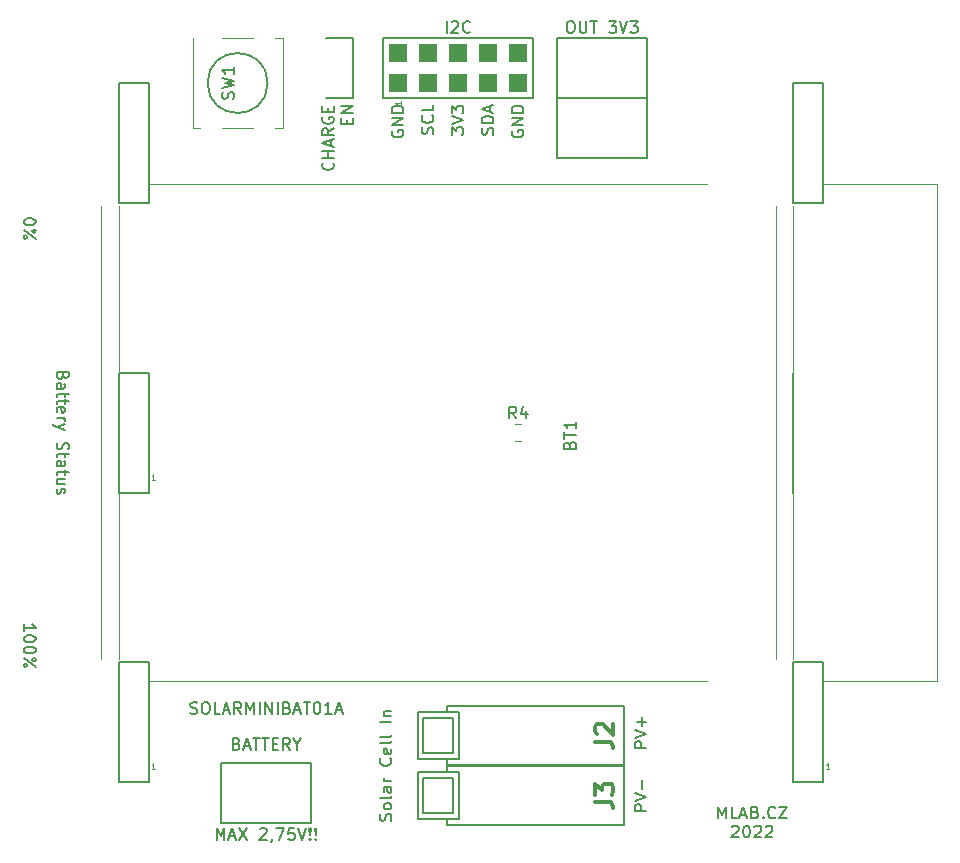
<source format=gbr>
%TF.GenerationSoftware,KiCad,Pcbnew,6.0.4-6f826c9f35~116~ubuntu20.04.1*%
%TF.CreationDate,2022-09-23T21:48:10+00:00*%
%TF.ProjectId,SOLARMINIBAT01A,534f4c41-524d-4494-9e49-424154303141,rev?*%
%TF.SameCoordinates,Original*%
%TF.FileFunction,Legend,Top*%
%TF.FilePolarity,Positive*%
%FSLAX46Y46*%
G04 Gerber Fmt 4.6, Leading zero omitted, Abs format (unit mm)*
G04 Created by KiCad (PCBNEW 6.0.4-6f826c9f35~116~ubuntu20.04.1) date 2022-09-23 21:48:10*
%MOMM*%
%LPD*%
G01*
G04 APERTURE LIST*
%ADD10C,0.150000*%
%ADD11C,0.050000*%
%ADD12C,0.203200*%
%ADD13C,0.304800*%
%ADD14C,0.120000*%
%ADD15C,0.127000*%
%ADD16R,1.524000X1.524000*%
G04 APERTURE END LIST*
D10*
X56078380Y8850477D02*
X55078380Y8850477D01*
X55078380Y9231429D01*
X55126000Y9326667D01*
X55173619Y9374286D01*
X55268857Y9421905D01*
X55411714Y9421905D01*
X55506952Y9374286D01*
X55554571Y9326667D01*
X55602190Y9231429D01*
X55602190Y8850477D01*
X55078380Y9707620D02*
X56078380Y10040953D01*
X55078380Y10374286D01*
X55697428Y10707620D02*
X55697428Y11469524D01*
X56078380Y11088572D02*
X55316476Y11088572D01*
X62143047Y2892620D02*
X62143047Y3892620D01*
X62476380Y3178334D01*
X62809714Y3892620D01*
X62809714Y2892620D01*
X63762095Y2892620D02*
X63285904Y2892620D01*
X63285904Y3892620D01*
X64047809Y3178334D02*
X64524000Y3178334D01*
X63952571Y2892620D02*
X64285904Y3892620D01*
X64619238Y2892620D01*
X65285904Y3416429D02*
X65428761Y3368810D01*
X65476380Y3321191D01*
X65524000Y3225953D01*
X65524000Y3083096D01*
X65476380Y2987858D01*
X65428761Y2940239D01*
X65333523Y2892620D01*
X64952571Y2892620D01*
X64952571Y3892620D01*
X65285904Y3892620D01*
X65381142Y3845000D01*
X65428761Y3797381D01*
X65476380Y3702143D01*
X65476380Y3606905D01*
X65428761Y3511667D01*
X65381142Y3464048D01*
X65285904Y3416429D01*
X64952571Y3416429D01*
X65952571Y2987858D02*
X66000190Y2940239D01*
X65952571Y2892620D01*
X65904952Y2940239D01*
X65952571Y2987858D01*
X65952571Y2892620D01*
X67000190Y2987858D02*
X66952571Y2940239D01*
X66809714Y2892620D01*
X66714476Y2892620D01*
X66571619Y2940239D01*
X66476380Y3035477D01*
X66428761Y3130715D01*
X66381142Y3321191D01*
X66381142Y3464048D01*
X66428761Y3654524D01*
X66476380Y3749762D01*
X66571619Y3845000D01*
X66714476Y3892620D01*
X66809714Y3892620D01*
X66952571Y3845000D01*
X67000190Y3797381D01*
X67333523Y3892620D02*
X68000190Y3892620D01*
X67333523Y2892620D01*
X68000190Y2892620D01*
X63309714Y2187381D02*
X63357333Y2235000D01*
X63452571Y2282620D01*
X63690666Y2282620D01*
X63785904Y2235000D01*
X63833523Y2187381D01*
X63881142Y2092143D01*
X63881142Y1996905D01*
X63833523Y1854048D01*
X63262095Y1282620D01*
X63881142Y1282620D01*
X64500190Y2282620D02*
X64595428Y2282620D01*
X64690666Y2235000D01*
X64738285Y2187381D01*
X64785904Y2092143D01*
X64833523Y1901667D01*
X64833523Y1663572D01*
X64785904Y1473096D01*
X64738285Y1377858D01*
X64690666Y1330239D01*
X64595428Y1282620D01*
X64500190Y1282620D01*
X64404952Y1330239D01*
X64357333Y1377858D01*
X64309714Y1473096D01*
X64262095Y1663572D01*
X64262095Y1901667D01*
X64309714Y2092143D01*
X64357333Y2187381D01*
X64404952Y2235000D01*
X64500190Y2282620D01*
X65214476Y2187381D02*
X65262095Y2235000D01*
X65357333Y2282620D01*
X65595428Y2282620D01*
X65690666Y2235000D01*
X65738285Y2187381D01*
X65785904Y2092143D01*
X65785904Y1996905D01*
X65738285Y1854048D01*
X65166857Y1282620D01*
X65785904Y1282620D01*
X66166857Y2187381D02*
X66214476Y2235000D01*
X66309714Y2282620D01*
X66547809Y2282620D01*
X66643047Y2235000D01*
X66690666Y2187381D01*
X66738285Y2092143D01*
X66738285Y1996905D01*
X66690666Y1854048D01*
X66119238Y1282620D01*
X66738285Y1282620D01*
X44712000Y61116786D02*
X44664380Y61021548D01*
X44664380Y60878691D01*
X44712000Y60735834D01*
X44807238Y60640596D01*
X44902476Y60592977D01*
X45092952Y60545358D01*
X45235809Y60545358D01*
X45426285Y60592977D01*
X45521523Y60640596D01*
X45616761Y60735834D01*
X45664380Y60878691D01*
X45664380Y60973929D01*
X45616761Y61116786D01*
X45569142Y61164405D01*
X45235809Y61164405D01*
X45235809Y60973929D01*
X45664380Y61592977D02*
X44664380Y61592977D01*
X45664380Y62164405D01*
X44664380Y62164405D01*
X45664380Y62640596D02*
X44664380Y62640596D01*
X44664380Y62878691D01*
X44712000Y63021548D01*
X44807238Y63116786D01*
X44902476Y63164405D01*
X45092952Y63212024D01*
X45235809Y63212024D01*
X45426285Y63164405D01*
X45521523Y63116786D01*
X45616761Y63021548D01*
X45664380Y62878691D01*
X45664380Y62640596D01*
X21376000Y9215429D02*
X21518857Y9167810D01*
X21566476Y9120191D01*
X21614095Y9024953D01*
X21614095Y8882096D01*
X21566476Y8786858D01*
X21518857Y8739239D01*
X21423619Y8691620D01*
X21042666Y8691620D01*
X21042666Y9691620D01*
X21376000Y9691620D01*
X21471238Y9644000D01*
X21518857Y9596381D01*
X21566476Y9501143D01*
X21566476Y9405905D01*
X21518857Y9310667D01*
X21471238Y9263048D01*
X21376000Y9215429D01*
X21042666Y9215429D01*
X21995047Y8977334D02*
X22471238Y8977334D01*
X21899809Y8691620D02*
X22233142Y9691620D01*
X22566476Y8691620D01*
X22756952Y9691620D02*
X23328380Y9691620D01*
X23042666Y8691620D02*
X23042666Y9691620D01*
X23518857Y9691620D02*
X24090285Y9691620D01*
X23804571Y8691620D02*
X23804571Y9691620D01*
X24423619Y9215429D02*
X24756952Y9215429D01*
X24899809Y8691620D02*
X24423619Y8691620D01*
X24423619Y9691620D01*
X24899809Y9691620D01*
X25899809Y8691620D02*
X25566476Y9167810D01*
X25328380Y8691620D02*
X25328380Y9691620D01*
X25709333Y9691620D01*
X25804571Y9644000D01*
X25852190Y9596381D01*
X25899809Y9501143D01*
X25899809Y9358286D01*
X25852190Y9263048D01*
X25804571Y9215429D01*
X25709333Y9167810D01*
X25328380Y9167810D01*
X26518857Y9167810D02*
X26518857Y8691620D01*
X26185523Y9691620D02*
X26518857Y9167810D01*
X26852190Y9691620D01*
X37996761Y60831072D02*
X38044380Y60973929D01*
X38044380Y61212024D01*
X37996761Y61307262D01*
X37949142Y61354881D01*
X37853904Y61402500D01*
X37758666Y61402500D01*
X37663428Y61354881D01*
X37615809Y61307262D01*
X37568190Y61212024D01*
X37520571Y61021548D01*
X37472952Y60926310D01*
X37425333Y60878691D01*
X37330095Y60831072D01*
X37234857Y60831072D01*
X37139619Y60878691D01*
X37092000Y60926310D01*
X37044380Y61021548D01*
X37044380Y61259643D01*
X37092000Y61402500D01*
X37949142Y62402500D02*
X37996761Y62354881D01*
X38044380Y62212024D01*
X38044380Y62116786D01*
X37996761Y61973929D01*
X37901523Y61878691D01*
X37806285Y61831072D01*
X37615809Y61783453D01*
X37472952Y61783453D01*
X37282476Y61831072D01*
X37187238Y61878691D01*
X37092000Y61973929D01*
X37044380Y62116786D01*
X37044380Y62212024D01*
X37092000Y62354881D01*
X37139619Y62402500D01*
X38044380Y63307262D02*
X38044380Y62831072D01*
X37044380Y62831072D01*
X34552000Y61116786D02*
X34504380Y61021548D01*
X34504380Y60878691D01*
X34552000Y60735834D01*
X34647238Y60640596D01*
X34742476Y60592977D01*
X34932952Y60545358D01*
X35075809Y60545358D01*
X35266285Y60592977D01*
X35361523Y60640596D01*
X35456761Y60735834D01*
X35504380Y60878691D01*
X35504380Y60973929D01*
X35456761Y61116786D01*
X35409142Y61164405D01*
X35075809Y61164405D01*
X35075809Y60973929D01*
X35504380Y61592977D02*
X34504380Y61592977D01*
X35504380Y62164405D01*
X34504380Y62164405D01*
X35504380Y62640596D02*
X34504380Y62640596D01*
X34504380Y62878691D01*
X34552000Y63021548D01*
X34647238Y63116786D01*
X34742476Y63164405D01*
X34932952Y63212024D01*
X35075809Y63212024D01*
X35266285Y63164405D01*
X35361523Y63116786D01*
X35456761Y63021548D01*
X35504380Y62878691D01*
X35504380Y62640596D01*
X17471238Y11787239D02*
X17614095Y11739620D01*
X17852190Y11739620D01*
X17947428Y11787239D01*
X17995047Y11834858D01*
X18042666Y11930096D01*
X18042666Y12025334D01*
X17995047Y12120572D01*
X17947428Y12168191D01*
X17852190Y12215810D01*
X17661714Y12263429D01*
X17566476Y12311048D01*
X17518857Y12358667D01*
X17471238Y12453905D01*
X17471238Y12549143D01*
X17518857Y12644381D01*
X17566476Y12692000D01*
X17661714Y12739620D01*
X17899809Y12739620D01*
X18042666Y12692000D01*
X18661714Y12739620D02*
X18852190Y12739620D01*
X18947428Y12692000D01*
X19042666Y12596762D01*
X19090285Y12406286D01*
X19090285Y12072953D01*
X19042666Y11882477D01*
X18947428Y11787239D01*
X18852190Y11739620D01*
X18661714Y11739620D01*
X18566476Y11787239D01*
X18471238Y11882477D01*
X18423619Y12072953D01*
X18423619Y12406286D01*
X18471238Y12596762D01*
X18566476Y12692000D01*
X18661714Y12739620D01*
X19995047Y11739620D02*
X19518857Y11739620D01*
X19518857Y12739620D01*
X20280761Y12025334D02*
X20756952Y12025334D01*
X20185523Y11739620D02*
X20518857Y12739620D01*
X20852190Y11739620D01*
X21756952Y11739620D02*
X21423619Y12215810D01*
X21185523Y11739620D02*
X21185523Y12739620D01*
X21566476Y12739620D01*
X21661714Y12692000D01*
X21709333Y12644381D01*
X21756952Y12549143D01*
X21756952Y12406286D01*
X21709333Y12311048D01*
X21661714Y12263429D01*
X21566476Y12215810D01*
X21185523Y12215810D01*
X22185523Y11739620D02*
X22185523Y12739620D01*
X22518857Y12025334D01*
X22852190Y12739620D01*
X22852190Y11739620D01*
X23328380Y11739620D02*
X23328380Y12739620D01*
X23804571Y11739620D02*
X23804571Y12739620D01*
X24376000Y11739620D01*
X24376000Y12739620D01*
X24852190Y11739620D02*
X24852190Y12739620D01*
X25661714Y12263429D02*
X25804571Y12215810D01*
X25852190Y12168191D01*
X25899809Y12072953D01*
X25899809Y11930096D01*
X25852190Y11834858D01*
X25804571Y11787239D01*
X25709333Y11739620D01*
X25328380Y11739620D01*
X25328380Y12739620D01*
X25661714Y12739620D01*
X25756952Y12692000D01*
X25804571Y12644381D01*
X25852190Y12549143D01*
X25852190Y12453905D01*
X25804571Y12358667D01*
X25756952Y12311048D01*
X25661714Y12263429D01*
X25328380Y12263429D01*
X26280761Y12025334D02*
X26756952Y12025334D01*
X26185523Y11739620D02*
X26518857Y12739620D01*
X26852190Y11739620D01*
X27042666Y12739620D02*
X27614095Y12739620D01*
X27328380Y11739620D02*
X27328380Y12739620D01*
X28137904Y12739620D02*
X28233142Y12739620D01*
X28328380Y12692000D01*
X28376000Y12644381D01*
X28423619Y12549143D01*
X28471238Y12358667D01*
X28471238Y12120572D01*
X28423619Y11930096D01*
X28376000Y11834858D01*
X28328380Y11787239D01*
X28233142Y11739620D01*
X28137904Y11739620D01*
X28042666Y11787239D01*
X27995047Y11834858D01*
X27947428Y11930096D01*
X27899809Y12120572D01*
X27899809Y12358667D01*
X27947428Y12549143D01*
X27995047Y12644381D01*
X28042666Y12692000D01*
X28137904Y12739620D01*
X29423619Y11739620D02*
X28852190Y11739620D01*
X29137904Y11739620D02*
X29137904Y12739620D01*
X29042666Y12596762D01*
X28947428Y12501524D01*
X28852190Y12453905D01*
X29804571Y12025334D02*
X30280761Y12025334D01*
X29709333Y11739620D02*
X30042666Y12739620D01*
X30376000Y11739620D01*
X49562095Y70397620D02*
X49752571Y70397620D01*
X49847809Y70350000D01*
X49943047Y70254762D01*
X49990666Y70064286D01*
X49990666Y69730953D01*
X49943047Y69540477D01*
X49847809Y69445239D01*
X49752571Y69397620D01*
X49562095Y69397620D01*
X49466857Y69445239D01*
X49371619Y69540477D01*
X49324000Y69730953D01*
X49324000Y70064286D01*
X49371619Y70254762D01*
X49466857Y70350000D01*
X49562095Y70397620D01*
X50419238Y70397620D02*
X50419238Y69588096D01*
X50466857Y69492858D01*
X50514476Y69445239D01*
X50609714Y69397620D01*
X50800190Y69397620D01*
X50895428Y69445239D01*
X50943047Y69492858D01*
X50990666Y69588096D01*
X50990666Y70397620D01*
X51324000Y70397620D02*
X51895428Y70397620D01*
X51609714Y69397620D02*
X51609714Y70397620D01*
X52895428Y70397620D02*
X53514476Y70397620D01*
X53181142Y70016667D01*
X53324000Y70016667D01*
X53419238Y69969048D01*
X53466857Y69921429D01*
X53514476Y69826191D01*
X53514476Y69588096D01*
X53466857Y69492858D01*
X53419238Y69445239D01*
X53324000Y69397620D01*
X53038285Y69397620D01*
X52943047Y69445239D01*
X52895428Y69492858D01*
X53800190Y70397620D02*
X54133523Y69397620D01*
X54466857Y70397620D01*
X54704952Y70397620D02*
X55324000Y70397620D01*
X54990666Y70016667D01*
X55133523Y70016667D01*
X55228761Y69969048D01*
X55276380Y69921429D01*
X55324000Y69826191D01*
X55324000Y69588096D01*
X55276380Y69492858D01*
X55228761Y69445239D01*
X55133523Y69397620D01*
X54847809Y69397620D01*
X54752571Y69445239D01*
X54704952Y69492858D01*
X34440761Y2699334D02*
X34488380Y2842191D01*
X34488380Y3080286D01*
X34440761Y3175524D01*
X34393142Y3223143D01*
X34297904Y3270762D01*
X34202666Y3270762D01*
X34107428Y3223143D01*
X34059809Y3175524D01*
X34012190Y3080286D01*
X33964571Y2889810D01*
X33916952Y2794572D01*
X33869333Y2746953D01*
X33774095Y2699334D01*
X33678857Y2699334D01*
X33583619Y2746953D01*
X33536000Y2794572D01*
X33488380Y2889810D01*
X33488380Y3127905D01*
X33536000Y3270762D01*
X34488380Y3842191D02*
X34440761Y3746953D01*
X34393142Y3699334D01*
X34297904Y3651715D01*
X34012190Y3651715D01*
X33916952Y3699334D01*
X33869333Y3746953D01*
X33821714Y3842191D01*
X33821714Y3985048D01*
X33869333Y4080286D01*
X33916952Y4127905D01*
X34012190Y4175524D01*
X34297904Y4175524D01*
X34393142Y4127905D01*
X34440761Y4080286D01*
X34488380Y3985048D01*
X34488380Y3842191D01*
X34488380Y4746953D02*
X34440761Y4651715D01*
X34345523Y4604096D01*
X33488380Y4604096D01*
X34488380Y5556477D02*
X33964571Y5556477D01*
X33869333Y5508858D01*
X33821714Y5413620D01*
X33821714Y5223143D01*
X33869333Y5127905D01*
X34440761Y5556477D02*
X34488380Y5461239D01*
X34488380Y5223143D01*
X34440761Y5127905D01*
X34345523Y5080286D01*
X34250285Y5080286D01*
X34155047Y5127905D01*
X34107428Y5223143D01*
X34107428Y5461239D01*
X34059809Y5556477D01*
X34488380Y6032667D02*
X33821714Y6032667D01*
X34012190Y6032667D02*
X33916952Y6080286D01*
X33869333Y6127905D01*
X33821714Y6223143D01*
X33821714Y6318381D01*
X34393142Y7985048D02*
X34440761Y7937429D01*
X34488380Y7794572D01*
X34488380Y7699334D01*
X34440761Y7556477D01*
X34345523Y7461239D01*
X34250285Y7413620D01*
X34059809Y7366000D01*
X33916952Y7366000D01*
X33726476Y7413620D01*
X33631238Y7461239D01*
X33536000Y7556477D01*
X33488380Y7699334D01*
X33488380Y7794572D01*
X33536000Y7937429D01*
X33583619Y7985048D01*
X34440761Y8794572D02*
X34488380Y8699334D01*
X34488380Y8508858D01*
X34440761Y8413620D01*
X34345523Y8366000D01*
X33964571Y8366000D01*
X33869333Y8413620D01*
X33821714Y8508858D01*
X33821714Y8699334D01*
X33869333Y8794572D01*
X33964571Y8842191D01*
X34059809Y8842191D01*
X34155047Y8366000D01*
X34488380Y9413620D02*
X34440761Y9318381D01*
X34345523Y9270762D01*
X33488380Y9270762D01*
X34488380Y9937429D02*
X34440761Y9842191D01*
X34345523Y9794572D01*
X33488380Y9794572D01*
X34488380Y11080286D02*
X33488380Y11080286D01*
X33821714Y11556477D02*
X34488380Y11556477D01*
X33916952Y11556477D02*
X33869333Y11604096D01*
X33821714Y11699334D01*
X33821714Y11842191D01*
X33869333Y11937429D01*
X33964571Y11985048D01*
X34488380Y11985048D01*
X39155809Y69397620D02*
X39155809Y70397620D01*
X39584380Y70302381D02*
X39632000Y70350000D01*
X39727238Y70397620D01*
X39965333Y70397620D01*
X40060571Y70350000D01*
X40108190Y70302381D01*
X40155809Y70207143D01*
X40155809Y70111905D01*
X40108190Y69969048D01*
X39536761Y69397620D01*
X40155809Y69397620D01*
X41155809Y69492858D02*
X41108190Y69445239D01*
X40965333Y69397620D01*
X40870095Y69397620D01*
X40727238Y69445239D01*
X40632000Y69540477D01*
X40584380Y69635715D01*
X40536761Y69826191D01*
X40536761Y69969048D01*
X40584380Y70159524D01*
X40632000Y70254762D01*
X40727238Y70350000D01*
X40870095Y70397620D01*
X40965333Y70397620D01*
X41108190Y70350000D01*
X41155809Y70302381D01*
X39584380Y60783453D02*
X39584380Y61402500D01*
X39965333Y61069167D01*
X39965333Y61212024D01*
X40012952Y61307262D01*
X40060571Y61354881D01*
X40155809Y61402500D01*
X40393904Y61402500D01*
X40489142Y61354881D01*
X40536761Y61307262D01*
X40584380Y61212024D01*
X40584380Y60926310D01*
X40536761Y60831072D01*
X40489142Y60783453D01*
X39584380Y61688215D02*
X40584380Y62021548D01*
X39584380Y62354881D01*
X39584380Y62592977D02*
X39584380Y63212024D01*
X39965333Y62878691D01*
X39965333Y63021548D01*
X40012952Y63116786D01*
X40060571Y63164405D01*
X40155809Y63212024D01*
X40393904Y63212024D01*
X40489142Y63164405D01*
X40536761Y63116786D01*
X40584380Y63021548D01*
X40584380Y62735834D01*
X40536761Y62640596D01*
X40489142Y62592977D01*
X4357619Y53451048D02*
X4357619Y53355810D01*
X4310000Y53260572D01*
X4262380Y53212953D01*
X4167142Y53165334D01*
X3976666Y53117715D01*
X3738571Y53117715D01*
X3548095Y53165334D01*
X3452857Y53212953D01*
X3405238Y53260572D01*
X3357619Y53355810D01*
X3357619Y53451048D01*
X3405238Y53546286D01*
X3452857Y53593905D01*
X3548095Y53641524D01*
X3738571Y53689143D01*
X3976666Y53689143D01*
X4167142Y53641524D01*
X4262380Y53593905D01*
X4310000Y53546286D01*
X4357619Y53451048D01*
X3357619Y52736762D02*
X4357619Y51974858D01*
X4357619Y52593905D02*
X4310000Y52498667D01*
X4214761Y52451048D01*
X4119523Y52498667D01*
X4071904Y52593905D01*
X4119523Y52689143D01*
X4214761Y52736762D01*
X4310000Y52689143D01*
X4357619Y52593905D01*
X3405238Y52022477D02*
X3500476Y51974858D01*
X3595714Y52022477D01*
X3643333Y52117715D01*
X3595714Y52212953D01*
X3500476Y52260572D01*
X3405238Y52212953D01*
X3357619Y52117715D01*
X3405238Y52022477D01*
X19685523Y1071620D02*
X19685523Y2071620D01*
X20018857Y1357334D01*
X20352190Y2071620D01*
X20352190Y1071620D01*
X20780761Y1357334D02*
X21256952Y1357334D01*
X20685523Y1071620D02*
X21018857Y2071620D01*
X21352190Y1071620D01*
X21590285Y2071620D02*
X22256952Y1071620D01*
X22256952Y2071620D02*
X21590285Y1071620D01*
X23352190Y1976381D02*
X23399809Y2024000D01*
X23495047Y2071620D01*
X23733142Y2071620D01*
X23828380Y2024000D01*
X23876000Y1976381D01*
X23923619Y1881143D01*
X23923619Y1785905D01*
X23876000Y1643048D01*
X23304571Y1071620D01*
X23923619Y1071620D01*
X24399809Y1119239D02*
X24399809Y1071620D01*
X24352190Y976381D01*
X24304571Y928762D01*
X24733142Y2071620D02*
X25399809Y2071620D01*
X24971238Y1071620D01*
X26256952Y2071620D02*
X25780761Y2071620D01*
X25733142Y1595429D01*
X25780761Y1643048D01*
X25876000Y1690667D01*
X26114095Y1690667D01*
X26209333Y1643048D01*
X26256952Y1595429D01*
X26304571Y1500191D01*
X26304571Y1262096D01*
X26256952Y1166858D01*
X26209333Y1119239D01*
X26114095Y1071620D01*
X25876000Y1071620D01*
X25780761Y1119239D01*
X25733142Y1166858D01*
X26590285Y2071620D02*
X26923619Y1071620D01*
X27256952Y2071620D01*
X27590285Y1166858D02*
X27637904Y1119239D01*
X27590285Y1071620D01*
X27542666Y1119239D01*
X27590285Y1166858D01*
X27590285Y1071620D01*
X27590285Y1452572D02*
X27542666Y2024000D01*
X27590285Y2071620D01*
X27637904Y2024000D01*
X27590285Y1452572D01*
X27590285Y2071620D01*
X28066476Y1166858D02*
X28114095Y1119239D01*
X28066476Y1071620D01*
X28018857Y1119239D01*
X28066476Y1166858D01*
X28066476Y1071620D01*
X28066476Y1452572D02*
X28018857Y2024000D01*
X28066476Y2071620D01*
X28114095Y2024000D01*
X28066476Y1452572D01*
X28066476Y2071620D01*
X56078380Y3516477D02*
X55078380Y3516477D01*
X55078380Y3897429D01*
X55126000Y3992667D01*
X55173619Y4040286D01*
X55268857Y4087905D01*
X55411714Y4087905D01*
X55506952Y4040286D01*
X55554571Y3992667D01*
X55602190Y3897429D01*
X55602190Y3516477D01*
X55078380Y4373620D02*
X56078380Y4706953D01*
X55078380Y5040286D01*
X55697428Y5373620D02*
X55697428Y6135524D01*
X43076761Y60783453D02*
X43124380Y60926310D01*
X43124380Y61164405D01*
X43076761Y61259643D01*
X43029142Y61307262D01*
X42933904Y61354881D01*
X42838666Y61354881D01*
X42743428Y61307262D01*
X42695809Y61259643D01*
X42648190Y61164405D01*
X42600571Y60973929D01*
X42552952Y60878691D01*
X42505333Y60831072D01*
X42410095Y60783453D01*
X42314857Y60783453D01*
X42219619Y60831072D01*
X42172000Y60878691D01*
X42124380Y60973929D01*
X42124380Y61212024D01*
X42172000Y61354881D01*
X43124380Y61783453D02*
X42124380Y61783453D01*
X42124380Y62021548D01*
X42172000Y62164405D01*
X42267238Y62259643D01*
X42362476Y62307262D01*
X42552952Y62354881D01*
X42695809Y62354881D01*
X42886285Y62307262D01*
X42981523Y62259643D01*
X43076761Y62164405D01*
X43124380Y62021548D01*
X43124380Y61783453D01*
X42838666Y62735834D02*
X42838666Y63212024D01*
X43124380Y62640596D02*
X42124380Y62973929D01*
X43124380Y63307262D01*
X3357619Y18764096D02*
X3357619Y19335524D01*
X3357619Y19049810D02*
X4357619Y19049810D01*
X4214761Y19145048D01*
X4119523Y19240286D01*
X4071904Y19335524D01*
X4357619Y18145048D02*
X4357619Y18049810D01*
X4310000Y17954572D01*
X4262380Y17906953D01*
X4167142Y17859334D01*
X3976666Y17811715D01*
X3738571Y17811715D01*
X3548095Y17859334D01*
X3452857Y17906953D01*
X3405238Y17954572D01*
X3357619Y18049810D01*
X3357619Y18145048D01*
X3405238Y18240286D01*
X3452857Y18287905D01*
X3548095Y18335524D01*
X3738571Y18383143D01*
X3976666Y18383143D01*
X4167142Y18335524D01*
X4262380Y18287905D01*
X4310000Y18240286D01*
X4357619Y18145048D01*
X4357619Y17192667D02*
X4357619Y17097429D01*
X4310000Y17002191D01*
X4262380Y16954572D01*
X4167142Y16906953D01*
X3976666Y16859334D01*
X3738571Y16859334D01*
X3548095Y16906953D01*
X3452857Y16954572D01*
X3405238Y17002191D01*
X3357619Y17097429D01*
X3357619Y17192667D01*
X3405238Y17287905D01*
X3452857Y17335524D01*
X3548095Y17383143D01*
X3738571Y17430762D01*
X3976666Y17430762D01*
X4167142Y17383143D01*
X4262380Y17335524D01*
X4310000Y17287905D01*
X4357619Y17192667D01*
X3357619Y16478381D02*
X4357619Y15716477D01*
X4357619Y16335524D02*
X4310000Y16240286D01*
X4214761Y16192667D01*
X4119523Y16240286D01*
X4071904Y16335524D01*
X4119523Y16430762D01*
X4214761Y16478381D01*
X4310000Y16430762D01*
X4357619Y16335524D01*
X3405238Y15764096D02*
X3500476Y15716477D01*
X3595714Y15764096D01*
X3643333Y15859334D01*
X3595714Y15954572D01*
X3500476Y16002191D01*
X3405238Y15954572D01*
X3357619Y15859334D01*
X3405238Y15764096D01*
X29524142Y58402500D02*
X29571761Y58354881D01*
X29619380Y58212024D01*
X29619380Y58116786D01*
X29571761Y57973929D01*
X29476523Y57878691D01*
X29381285Y57831072D01*
X29190809Y57783453D01*
X29047952Y57783453D01*
X28857476Y57831072D01*
X28762238Y57878691D01*
X28667000Y57973929D01*
X28619380Y58116786D01*
X28619380Y58212024D01*
X28667000Y58354881D01*
X28714619Y58402500D01*
X29619380Y58831072D02*
X28619380Y58831072D01*
X29095571Y58831072D02*
X29095571Y59402500D01*
X29619380Y59402500D02*
X28619380Y59402500D01*
X29333666Y59831072D02*
X29333666Y60307262D01*
X29619380Y59735834D02*
X28619380Y60069167D01*
X29619380Y60402500D01*
X29619380Y61307262D02*
X29143190Y60973929D01*
X29619380Y60735834D02*
X28619380Y60735834D01*
X28619380Y61116786D01*
X28667000Y61212024D01*
X28714619Y61259643D01*
X28809857Y61307262D01*
X28952714Y61307262D01*
X29047952Y61259643D01*
X29095571Y61212024D01*
X29143190Y61116786D01*
X29143190Y60735834D01*
X28667000Y62259643D02*
X28619380Y62164405D01*
X28619380Y62021548D01*
X28667000Y61878691D01*
X28762238Y61783453D01*
X28857476Y61735834D01*
X29047952Y61688215D01*
X29190809Y61688215D01*
X29381285Y61735834D01*
X29476523Y61783453D01*
X29571761Y61878691D01*
X29619380Y62021548D01*
X29619380Y62116786D01*
X29571761Y62259643D01*
X29524142Y62307262D01*
X29190809Y62307262D01*
X29190809Y62116786D01*
X29095571Y62735834D02*
X29095571Y63069167D01*
X29619380Y63212024D02*
X29619380Y62735834D01*
X28619380Y62735834D01*
X28619380Y63212024D01*
X30705571Y61688215D02*
X30705571Y62021548D01*
X31229380Y62164405D02*
X31229380Y61688215D01*
X30229380Y61688215D01*
X30229380Y62164405D01*
X31229380Y62592977D02*
X30229380Y62592977D01*
X31229380Y63164405D01*
X30229380Y63164405D01*
X6675428Y40369524D02*
X6627809Y40226667D01*
X6580190Y40179048D01*
X6484952Y40131429D01*
X6342095Y40131429D01*
X6246857Y40179048D01*
X6199238Y40226667D01*
X6151619Y40321905D01*
X6151619Y40702858D01*
X7151619Y40702858D01*
X7151619Y40369524D01*
X7104000Y40274286D01*
X7056380Y40226667D01*
X6961142Y40179048D01*
X6865904Y40179048D01*
X6770666Y40226667D01*
X6723047Y40274286D01*
X6675428Y40369524D01*
X6675428Y40702858D01*
X6151619Y39274286D02*
X6675428Y39274286D01*
X6770666Y39321905D01*
X6818285Y39417143D01*
X6818285Y39607620D01*
X6770666Y39702858D01*
X6199238Y39274286D02*
X6151619Y39369524D01*
X6151619Y39607620D01*
X6199238Y39702858D01*
X6294476Y39750477D01*
X6389714Y39750477D01*
X6484952Y39702858D01*
X6532571Y39607620D01*
X6532571Y39369524D01*
X6580190Y39274286D01*
X6818285Y38940953D02*
X6818285Y38560000D01*
X7151619Y38798096D02*
X6294476Y38798096D01*
X6199238Y38750477D01*
X6151619Y38655239D01*
X6151619Y38560000D01*
X6818285Y38369524D02*
X6818285Y37988572D01*
X7151619Y38226667D02*
X6294476Y38226667D01*
X6199238Y38179048D01*
X6151619Y38083810D01*
X6151619Y37988572D01*
X6199238Y37274286D02*
X6151619Y37369524D01*
X6151619Y37560000D01*
X6199238Y37655239D01*
X6294476Y37702858D01*
X6675428Y37702858D01*
X6770666Y37655239D01*
X6818285Y37560000D01*
X6818285Y37369524D01*
X6770666Y37274286D01*
X6675428Y37226667D01*
X6580190Y37226667D01*
X6484952Y37702858D01*
X6151619Y36798096D02*
X6818285Y36798096D01*
X6627809Y36798096D02*
X6723047Y36750477D01*
X6770666Y36702858D01*
X6818285Y36607620D01*
X6818285Y36512381D01*
X6818285Y36274286D02*
X6151619Y36036191D01*
X6818285Y35798096D02*
X6151619Y36036191D01*
X5913523Y36131429D01*
X5865904Y36179048D01*
X5818285Y36274286D01*
X6199238Y34702858D02*
X6151619Y34560000D01*
X6151619Y34321905D01*
X6199238Y34226667D01*
X6246857Y34179048D01*
X6342095Y34131429D01*
X6437333Y34131429D01*
X6532571Y34179048D01*
X6580190Y34226667D01*
X6627809Y34321905D01*
X6675428Y34512381D01*
X6723047Y34607620D01*
X6770666Y34655239D01*
X6865904Y34702858D01*
X6961142Y34702858D01*
X7056380Y34655239D01*
X7104000Y34607620D01*
X7151619Y34512381D01*
X7151619Y34274286D01*
X7104000Y34131429D01*
X6818285Y33845715D02*
X6818285Y33464762D01*
X7151619Y33702858D02*
X6294476Y33702858D01*
X6199238Y33655239D01*
X6151619Y33560000D01*
X6151619Y33464762D01*
X6151619Y32702858D02*
X6675428Y32702858D01*
X6770666Y32750477D01*
X6818285Y32845715D01*
X6818285Y33036191D01*
X6770666Y33131429D01*
X6199238Y32702858D02*
X6151619Y32798096D01*
X6151619Y33036191D01*
X6199238Y33131429D01*
X6294476Y33179048D01*
X6389714Y33179048D01*
X6484952Y33131429D01*
X6532571Y33036191D01*
X6532571Y32798096D01*
X6580190Y32702858D01*
X6818285Y32369524D02*
X6818285Y31988572D01*
X7151619Y32226667D02*
X6294476Y32226667D01*
X6199238Y32179048D01*
X6151619Y32083810D01*
X6151619Y31988572D01*
X6818285Y31226667D02*
X6151619Y31226667D01*
X6818285Y31655239D02*
X6294476Y31655239D01*
X6199238Y31607620D01*
X6151619Y31512381D01*
X6151619Y31369524D01*
X6199238Y31274286D01*
X6246857Y31226667D01*
X6199238Y30798096D02*
X6151619Y30702858D01*
X6151619Y30512381D01*
X6199238Y30417143D01*
X6294476Y30369524D01*
X6342095Y30369524D01*
X6437333Y30417143D01*
X6484952Y30512381D01*
X6484952Y30655239D01*
X6532571Y30750477D01*
X6627809Y30798096D01*
X6675428Y30798096D01*
X6770666Y30750477D01*
X6818285Y30655239D01*
X6818285Y30512381D01*
X6770666Y30417143D01*
%TO.C,BT1*%
X49563571Y34520286D02*
X49611190Y34663143D01*
X49658809Y34710762D01*
X49754047Y34758381D01*
X49896904Y34758381D01*
X49992142Y34710762D01*
X50039761Y34663143D01*
X50087380Y34567905D01*
X50087380Y34186953D01*
X49087380Y34186953D01*
X49087380Y34520286D01*
X49135000Y34615524D01*
X49182619Y34663143D01*
X49277857Y34710762D01*
X49373095Y34710762D01*
X49468333Y34663143D01*
X49515952Y34615524D01*
X49563571Y34520286D01*
X49563571Y34186953D01*
X49087380Y35044096D02*
X49087380Y35615524D01*
X50087380Y35329810D02*
X49087380Y35329810D01*
X50087380Y36472667D02*
X50087380Y35901239D01*
X50087380Y36186953D02*
X49087380Y36186953D01*
X49230238Y36091715D01*
X49325476Y35996477D01*
X49373095Y35901239D01*
D11*
X14471857Y7043810D02*
X14186142Y7043810D01*
X14329000Y7043810D02*
X14329000Y7543810D01*
X14281380Y7472381D01*
X14233761Y7424762D01*
X14186142Y7400953D01*
X14471857Y31523810D02*
X14186142Y31523810D01*
X14329000Y31523810D02*
X14329000Y32023810D01*
X14281380Y31952381D01*
X14233761Y31904762D01*
X14186142Y31880953D01*
X71571857Y7043810D02*
X71286142Y7043810D01*
X71429000Y7043810D02*
X71429000Y7543810D01*
X71381380Y7472381D01*
X71333761Y7424762D01*
X71286142Y7400953D01*
%TO.C,P1*%
X35278190Y63642858D02*
X35278190Y63357143D01*
X35278190Y63500000D02*
X34778190Y63500000D01*
X34849619Y63452381D01*
X34897238Y63404762D01*
X34921047Y63357143D01*
D12*
%TO.C,SW1*%
X21112238Y63796334D02*
X21160619Y63941477D01*
X21160619Y64183381D01*
X21112238Y64280143D01*
X21063857Y64328524D01*
X20967095Y64376905D01*
X20870333Y64376905D01*
X20773571Y64328524D01*
X20725190Y64280143D01*
X20676809Y64183381D01*
X20628428Y63989858D01*
X20580047Y63893096D01*
X20531666Y63844715D01*
X20434904Y63796334D01*
X20338142Y63796334D01*
X20241380Y63844715D01*
X20193000Y63893096D01*
X20144619Y63989858D01*
X20144619Y64231762D01*
X20193000Y64376905D01*
X20144619Y64715572D02*
X21160619Y64957477D01*
X20434904Y65151000D01*
X21160619Y65344524D01*
X20144619Y65586429D01*
X21160619Y66505667D02*
X21160619Y65925096D01*
X21160619Y66215381D02*
X20144619Y66215381D01*
X20289761Y66118620D01*
X20386523Y66021858D01*
X20434904Y65925096D01*
D10*
%TO.C,R4*%
X45045333Y36757620D02*
X44712000Y37233810D01*
X44473904Y36757620D02*
X44473904Y37757620D01*
X44854857Y37757620D01*
X44950095Y37710000D01*
X44997714Y37662381D01*
X45045333Y37567143D01*
X45045333Y37424286D01*
X44997714Y37329048D01*
X44950095Y37281429D01*
X44854857Y37233810D01*
X44473904Y37233810D01*
X45902476Y37424286D02*
X45902476Y36757620D01*
X45664380Y37805239D02*
X45426285Y37090953D01*
X46045333Y37090953D01*
D13*
%TO.C,J2*%
X51743428Y9398000D02*
X52832000Y9398000D01*
X53049714Y9325429D01*
X53194857Y9180286D01*
X53267428Y8962572D01*
X53267428Y8817429D01*
X51888571Y10051143D02*
X51816000Y10123715D01*
X51743428Y10268858D01*
X51743428Y10631715D01*
X51816000Y10776858D01*
X51888571Y10849429D01*
X52033714Y10922000D01*
X52178857Y10922000D01*
X52396571Y10849429D01*
X53267428Y9978572D01*
X53267428Y10922000D01*
%TO.C,J3*%
X51743428Y4318000D02*
X52832000Y4318000D01*
X53049714Y4245429D01*
X53194857Y4100286D01*
X53267428Y3882572D01*
X53267428Y3737429D01*
X51743428Y4898572D02*
X51743428Y5842000D01*
X52324000Y5334000D01*
X52324000Y5551715D01*
X52396571Y5696858D01*
X52469142Y5769429D01*
X52614285Y5842000D01*
X52977142Y5842000D01*
X53122285Y5769429D01*
X53194857Y5696858D01*
X53267428Y5551715D01*
X53267428Y5116286D01*
X53194857Y4971143D01*
X53122285Y4898572D01*
D10*
%TO.C,J1*%
X27686000Y2540000D02*
X20066000Y2540000D01*
X27686000Y7620000D02*
X27686000Y2540000D01*
X20066000Y2540000D02*
X20066000Y7620000D01*
X20066000Y7620000D02*
X27686000Y7620000D01*
%TO.C,J6*%
X56134000Y68961000D02*
X56134000Y63881000D01*
X48514000Y63881000D02*
X48514000Y68961000D01*
X48514000Y68961000D02*
X56134000Y68961000D01*
X56134000Y63881000D02*
X48514000Y63881000D01*
%TO.C,BT1*%
X13948000Y65120000D02*
X13948000Y54960000D01*
D14*
X68508000Y16383000D02*
X68508000Y54737000D01*
X71048000Y14560000D02*
X80678000Y14560000D01*
D10*
X68508000Y54960000D02*
X68508000Y65120000D01*
D14*
X67008000Y16383000D02*
X67008000Y54737000D01*
D10*
X13948000Y30480000D02*
X11408000Y30480000D01*
X13948000Y40640000D02*
X13948000Y30480000D01*
X11408000Y6000000D02*
X11408000Y16160000D01*
X68508000Y65120000D02*
X71048000Y65120000D01*
X13948000Y54960000D02*
X11408000Y54960000D01*
X68508000Y16160000D02*
X71048000Y16160000D01*
X71048000Y65120000D02*
X71048000Y54960000D01*
X11408000Y40640000D02*
X13948000Y40640000D01*
X68508000Y30480000D02*
X68508000Y40640000D01*
X68508000Y6000000D02*
X68508000Y16160000D01*
D14*
X80678000Y14560000D02*
X80678000Y56560000D01*
X9908000Y16383000D02*
X9908000Y54737000D01*
D10*
X71048000Y54960000D02*
X68508000Y54960000D01*
X13948000Y6000000D02*
X11408000Y6000000D01*
X11408000Y16160000D02*
X13948000Y16160000D01*
X11408000Y54960000D02*
X11408000Y65120000D01*
X71048000Y16160000D02*
X71048000Y6000000D01*
X11408000Y30480000D02*
X11408000Y40640000D01*
D14*
X61192000Y14560000D02*
X13948000Y14560000D01*
D10*
X11408000Y65120000D02*
X13948000Y65120000D01*
D14*
X11408000Y16383000D02*
X11408000Y54737000D01*
D10*
X13948000Y16160000D02*
X13948000Y6000000D01*
X71048000Y6000000D02*
X68508000Y6000000D01*
D14*
X61192000Y56560000D02*
X13948000Y56560000D01*
X71048000Y56560000D02*
X80678000Y56560000D01*
D10*
%TO.C,J4*%
X31242000Y63881000D02*
X28956000Y63881000D01*
X31242000Y68961000D02*
X31242000Y63881000D01*
X28956000Y68961000D02*
X31242000Y68961000D01*
%TO.C,P1*%
X46482000Y63881000D02*
X33782000Y63881000D01*
X33782000Y68961000D02*
X46482000Y68961000D01*
X33782000Y63881000D02*
X33782000Y68961000D01*
X46482000Y68961000D02*
X46482000Y63881000D01*
D14*
%TO.C,SW1*%
X20163000Y61351000D02*
X22763000Y61351000D01*
X25273000Y61351000D02*
X25273000Y68961000D01*
X17663000Y61351000D02*
X17663000Y68951000D01*
X24663000Y61351000D02*
X25273000Y61351000D01*
X25273000Y68961000D02*
X24666326Y68961741D01*
X18263000Y61351000D02*
X17663000Y61351000D01*
X20163000Y68951000D02*
X22763000Y68951000D01*
D15*
X24003000Y65151000D02*
G75*
G03*
X24003000Y65151000I-2540000J0D01*
G01*
D14*
%TO.C,R4*%
X44984936Y34825000D02*
X45439064Y34825000D01*
X44984936Y36295000D02*
X45439064Y36295000D01*
D10*
%TO.C,J5*%
X48514000Y58801000D02*
X48514000Y63881000D01*
X56134000Y63881000D02*
X56134000Y58801000D01*
X48514000Y63881000D02*
X56134000Y63881000D01*
X56134000Y58801000D02*
X48514000Y58801000D01*
%TO.C,J2*%
X37196000Y11407000D02*
X37196000Y8405000D01*
X39695900Y11406000D02*
X37196000Y11406000D01*
X39196000Y7906000D02*
X39196000Y7406000D01*
X36695900Y7906000D02*
X36695900Y11906000D01*
X45196000Y12406000D02*
X54196000Y12406000D01*
X40196000Y11906000D02*
X36695900Y11906000D01*
X45196000Y7406000D02*
X39196000Y7406000D01*
X39196000Y12406000D02*
X39196000Y11906000D01*
X54196000Y12406100D02*
X54196000Y7405900D01*
X54196000Y7406000D02*
X45196000Y7406000D01*
X40196000Y7906000D02*
X40196000Y11906000D01*
X45196000Y12406000D02*
X39196000Y12406000D01*
X39695900Y8406000D02*
X37196000Y8406000D01*
X40196000Y7906000D02*
X36695000Y7906000D01*
X39695900Y11407000D02*
X39695900Y8405000D01*
%TO.C,J3*%
X39695900Y6327000D02*
X39695900Y3325000D01*
X39196000Y7326000D02*
X39196000Y6826000D01*
X54196000Y2326000D02*
X45196000Y2326000D01*
X40196000Y6826000D02*
X36695900Y6826000D01*
X39695900Y6326000D02*
X37196000Y6326000D01*
X45196000Y2326000D02*
X39196000Y2326000D01*
X45196000Y7326000D02*
X39196000Y7326000D01*
X40196000Y2826000D02*
X40196000Y6826000D01*
X36695900Y2826000D02*
X36695900Y6826000D01*
X37196000Y6327000D02*
X37196000Y3325000D01*
X40196000Y2826000D02*
X36695000Y2826000D01*
X45196000Y7326000D02*
X54196000Y7326000D01*
X39196000Y2826000D02*
X39196000Y2326000D01*
X54196000Y7326100D02*
X54196000Y2325900D01*
X39695900Y3326000D02*
X37196000Y3326000D01*
%TD*%
D16*
%TO.C,P1*%
X35052000Y65151000D03*
X35052000Y67691000D03*
X37592000Y65151000D03*
X37592000Y67691000D03*
X40132000Y65151000D03*
X40132000Y67691000D03*
X42672000Y65151000D03*
X42672000Y67691000D03*
X45212000Y65151000D03*
X45212000Y67691000D03*
%TD*%
M02*

</source>
